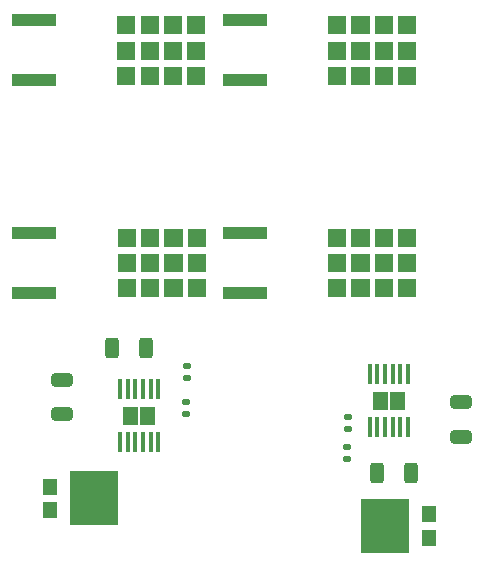
<source format=gtp>
G04 #@! TF.GenerationSoftware,KiCad,Pcbnew,8.0.4*
G04 #@! TF.CreationDate,2024-11-20T17:04:54-05:00*
G04 #@! TF.ProjectId,big_hbridge,6269675f-6862-4726-9964-67652e6b6963,rev?*
G04 #@! TF.SameCoordinates,Original*
G04 #@! TF.FileFunction,Paste,Top*
G04 #@! TF.FilePolarity,Positive*
%FSLAX46Y46*%
G04 Gerber Fmt 4.6, Leading zero omitted, Abs format (unit mm)*
G04 Created by KiCad (PCBNEW 8.0.4) date 2024-11-20 17:04:54*
%MOMM*%
%LPD*%
G01*
G04 APERTURE LIST*
G04 Aperture macros list*
%AMRoundRect*
0 Rectangle with rounded corners*
0 $1 Rounding radius*
0 $2 $3 $4 $5 $6 $7 $8 $9 X,Y pos of 4 corners*
0 Add a 4 corners polygon primitive as box body*
4,1,4,$2,$3,$4,$5,$6,$7,$8,$9,$2,$3,0*
0 Add four circle primitives for the rounded corners*
1,1,$1+$1,$2,$3*
1,1,$1+$1,$4,$5*
1,1,$1+$1,$6,$7*
1,1,$1+$1,$8,$9*
0 Add four rect primitives between the rounded corners*
20,1,$1+$1,$2,$3,$4,$5,0*
20,1,$1+$1,$4,$5,$6,$7,0*
20,1,$1+$1,$6,$7,$8,$9,0*
20,1,$1+$1,$8,$9,$2,$3,0*%
G04 Aperture macros list end*
%ADD10C,0.000000*%
%ADD11C,0.010000*%
%ADD12RoundRect,0.250000X-0.312500X-0.625000X0.312500X-0.625000X0.312500X0.625000X-0.312500X0.625000X0*%
%ADD13RoundRect,0.135000X0.185000X-0.135000X0.185000X0.135000X-0.185000X0.135000X-0.185000X-0.135000X0*%
%ADD14R,1.150000X1.450000*%
%ADD15R,4.150000X4.650000*%
%ADD16R,0.431800X1.701800*%
%ADD17RoundRect,0.250000X0.650000X-0.325000X0.650000X0.325000X-0.650000X0.325000X-0.650000X-0.325000X0*%
%ADD18RoundRect,0.132500X-1.757500X-0.397500X1.757500X-0.397500X1.757500X0.397500X-1.757500X0.397500X0*%
%ADD19RoundRect,0.250000X0.312500X0.625000X-0.312500X0.625000X-0.312500X-0.625000X0.312500X-0.625000X0*%
%ADD20RoundRect,0.147500X0.172500X-0.147500X0.172500X0.147500X-0.172500X0.147500X-0.172500X-0.147500X0*%
%ADD21RoundRect,0.250000X-0.650000X0.325000X-0.650000X-0.325000X0.650000X-0.325000X0.650000X0.325000X0*%
G04 APERTURE END LIST*
D10*
G36*
X34562499Y-44938799D02*
G01*
X33289299Y-44938799D01*
X33289299Y-43386199D01*
X34562499Y-43386199D01*
X34562499Y-44938799D01*
G37*
G36*
X36035699Y-44938799D02*
G01*
X34762499Y-44938799D01*
X34762499Y-43386199D01*
X36035699Y-43386199D01*
X36035699Y-44938799D01*
G37*
D11*
X34270000Y-11790000D02*
X32820000Y-11790000D01*
X32820000Y-10350000D01*
X34270000Y-10350000D01*
X34270000Y-11790000D01*
G36*
X34270000Y-11790000D02*
G01*
X32820000Y-11790000D01*
X32820000Y-10350000D01*
X34270000Y-10350000D01*
X34270000Y-11790000D01*
G37*
X34270000Y-13920000D02*
X32820000Y-13920000D01*
X32820000Y-12480000D01*
X34270000Y-12480000D01*
X34270000Y-13920000D01*
G36*
X34270000Y-13920000D02*
G01*
X32820000Y-13920000D01*
X32820000Y-12480000D01*
X34270000Y-12480000D01*
X34270000Y-13920000D01*
G37*
X34270000Y-16050000D02*
X32820000Y-16050000D01*
X32820000Y-14610000D01*
X34270000Y-14610000D01*
X34270000Y-16050000D01*
G36*
X34270000Y-16050000D02*
G01*
X32820000Y-16050000D01*
X32820000Y-14610000D01*
X34270000Y-14610000D01*
X34270000Y-16050000D01*
G37*
X36240000Y-11790000D02*
X34790000Y-11790000D01*
X34790000Y-10350000D01*
X36240000Y-10350000D01*
X36240000Y-11790000D01*
G36*
X36240000Y-11790000D02*
G01*
X34790000Y-11790000D01*
X34790000Y-10350000D01*
X36240000Y-10350000D01*
X36240000Y-11790000D01*
G37*
X36240000Y-13920000D02*
X34790000Y-13920000D01*
X34790000Y-12480000D01*
X36240000Y-12480000D01*
X36240000Y-13920000D01*
G36*
X36240000Y-13920000D02*
G01*
X34790000Y-13920000D01*
X34790000Y-12480000D01*
X36240000Y-12480000D01*
X36240000Y-13920000D01*
G37*
X36240000Y-16050000D02*
X34790000Y-16050000D01*
X34790000Y-14610000D01*
X36240000Y-14610000D01*
X36240000Y-16050000D01*
G36*
X36240000Y-16050000D02*
G01*
X34790000Y-16050000D01*
X34790000Y-14610000D01*
X36240000Y-14610000D01*
X36240000Y-16050000D01*
G37*
X38210000Y-11790000D02*
X36760000Y-11790000D01*
X36760000Y-10350000D01*
X38210000Y-10350000D01*
X38210000Y-11790000D01*
G36*
X38210000Y-11790000D02*
G01*
X36760000Y-11790000D01*
X36760000Y-10350000D01*
X38210000Y-10350000D01*
X38210000Y-11790000D01*
G37*
X38210000Y-13920000D02*
X36760000Y-13920000D01*
X36760000Y-12480000D01*
X38210000Y-12480000D01*
X38210000Y-13920000D01*
G36*
X38210000Y-13920000D02*
G01*
X36760000Y-13920000D01*
X36760000Y-12480000D01*
X38210000Y-12480000D01*
X38210000Y-13920000D01*
G37*
X38210000Y-16050000D02*
X36760000Y-16050000D01*
X36760000Y-14610000D01*
X38210000Y-14610000D01*
X38210000Y-16050000D01*
G36*
X38210000Y-16050000D02*
G01*
X36760000Y-16050000D01*
X36760000Y-14610000D01*
X38210000Y-14610000D01*
X38210000Y-16050000D01*
G37*
X40180000Y-11790000D02*
X38730000Y-11790000D01*
X38730000Y-10350000D01*
X40180000Y-10350000D01*
X40180000Y-11790000D01*
G36*
X40180000Y-11790000D02*
G01*
X38730000Y-11790000D01*
X38730000Y-10350000D01*
X40180000Y-10350000D01*
X40180000Y-11790000D01*
G37*
X40180000Y-13920000D02*
X38730000Y-13920000D01*
X38730000Y-12480000D01*
X40180000Y-12480000D01*
X40180000Y-13920000D01*
G36*
X40180000Y-13920000D02*
G01*
X38730000Y-13920000D01*
X38730000Y-12480000D01*
X40180000Y-12480000D01*
X40180000Y-13920000D01*
G37*
X40180000Y-16050000D02*
X38730000Y-16050000D01*
X38730000Y-14610000D01*
X40180000Y-14610000D01*
X40180000Y-16050000D01*
G36*
X40180000Y-16050000D02*
G01*
X38730000Y-16050000D01*
X38730000Y-14610000D01*
X40180000Y-14610000D01*
X40180000Y-16050000D01*
G37*
X52120000Y-29790000D02*
X50670000Y-29790000D01*
X50670000Y-28350000D01*
X52120000Y-28350000D01*
X52120000Y-29790000D01*
G36*
X52120000Y-29790000D02*
G01*
X50670000Y-29790000D01*
X50670000Y-28350000D01*
X52120000Y-28350000D01*
X52120000Y-29790000D01*
G37*
X52120000Y-31920000D02*
X50670000Y-31920000D01*
X50670000Y-30480000D01*
X52120000Y-30480000D01*
X52120000Y-31920000D01*
G36*
X52120000Y-31920000D02*
G01*
X50670000Y-31920000D01*
X50670000Y-30480000D01*
X52120000Y-30480000D01*
X52120000Y-31920000D01*
G37*
X52120000Y-34050000D02*
X50670000Y-34050000D01*
X50670000Y-32610000D01*
X52120000Y-32610000D01*
X52120000Y-34050000D01*
G36*
X52120000Y-34050000D02*
G01*
X50670000Y-34050000D01*
X50670000Y-32610000D01*
X52120000Y-32610000D01*
X52120000Y-34050000D01*
G37*
X54090000Y-29790000D02*
X52640000Y-29790000D01*
X52640000Y-28350000D01*
X54090000Y-28350000D01*
X54090000Y-29790000D01*
G36*
X54090000Y-29790000D02*
G01*
X52640000Y-29790000D01*
X52640000Y-28350000D01*
X54090000Y-28350000D01*
X54090000Y-29790000D01*
G37*
X54090000Y-31920000D02*
X52640000Y-31920000D01*
X52640000Y-30480000D01*
X54090000Y-30480000D01*
X54090000Y-31920000D01*
G36*
X54090000Y-31920000D02*
G01*
X52640000Y-31920000D01*
X52640000Y-30480000D01*
X54090000Y-30480000D01*
X54090000Y-31920000D01*
G37*
X54090000Y-34050000D02*
X52640000Y-34050000D01*
X52640000Y-32610000D01*
X54090000Y-32610000D01*
X54090000Y-34050000D01*
G36*
X54090000Y-34050000D02*
G01*
X52640000Y-34050000D01*
X52640000Y-32610000D01*
X54090000Y-32610000D01*
X54090000Y-34050000D01*
G37*
X56060000Y-29790000D02*
X54610000Y-29790000D01*
X54610000Y-28350000D01*
X56060000Y-28350000D01*
X56060000Y-29790000D01*
G36*
X56060000Y-29790000D02*
G01*
X54610000Y-29790000D01*
X54610000Y-28350000D01*
X56060000Y-28350000D01*
X56060000Y-29790000D01*
G37*
X56060000Y-31920000D02*
X54610000Y-31920000D01*
X54610000Y-30480000D01*
X56060000Y-30480000D01*
X56060000Y-31920000D01*
G36*
X56060000Y-31920000D02*
G01*
X54610000Y-31920000D01*
X54610000Y-30480000D01*
X56060000Y-30480000D01*
X56060000Y-31920000D01*
G37*
X56060000Y-34050000D02*
X54610000Y-34050000D01*
X54610000Y-32610000D01*
X56060000Y-32610000D01*
X56060000Y-34050000D01*
G36*
X56060000Y-34050000D02*
G01*
X54610000Y-34050000D01*
X54610000Y-32610000D01*
X56060000Y-32610000D01*
X56060000Y-34050000D01*
G37*
X58030000Y-29790000D02*
X56580000Y-29790000D01*
X56580000Y-28350000D01*
X58030000Y-28350000D01*
X58030000Y-29790000D01*
G36*
X58030000Y-29790000D02*
G01*
X56580000Y-29790000D01*
X56580000Y-28350000D01*
X58030000Y-28350000D01*
X58030000Y-29790000D01*
G37*
X58030000Y-31920000D02*
X56580000Y-31920000D01*
X56580000Y-30480000D01*
X58030000Y-30480000D01*
X58030000Y-31920000D01*
G36*
X58030000Y-31920000D02*
G01*
X56580000Y-31920000D01*
X56580000Y-30480000D01*
X58030000Y-30480000D01*
X58030000Y-31920000D01*
G37*
X58030000Y-34050000D02*
X56580000Y-34050000D01*
X56580000Y-32610000D01*
X58030000Y-32610000D01*
X58030000Y-34050000D01*
G36*
X58030000Y-34050000D02*
G01*
X56580000Y-34050000D01*
X56580000Y-32610000D01*
X58030000Y-32610000D01*
X58030000Y-34050000D01*
G37*
D10*
G36*
X55700000Y-43676300D02*
G01*
X54426800Y-43676300D01*
X54426800Y-42123700D01*
X55700000Y-42123700D01*
X55700000Y-43676300D01*
G37*
G36*
X57173200Y-43676300D02*
G01*
X55900000Y-43676300D01*
X55900000Y-42123700D01*
X57173200Y-42123700D01*
X57173200Y-43676300D01*
G37*
D11*
X34320000Y-29790000D02*
X32870000Y-29790000D01*
X32870000Y-28350000D01*
X34320000Y-28350000D01*
X34320000Y-29790000D01*
G36*
X34320000Y-29790000D02*
G01*
X32870000Y-29790000D01*
X32870000Y-28350000D01*
X34320000Y-28350000D01*
X34320000Y-29790000D01*
G37*
X34320000Y-31920000D02*
X32870000Y-31920000D01*
X32870000Y-30480000D01*
X34320000Y-30480000D01*
X34320000Y-31920000D01*
G36*
X34320000Y-31920000D02*
G01*
X32870000Y-31920000D01*
X32870000Y-30480000D01*
X34320000Y-30480000D01*
X34320000Y-31920000D01*
G37*
X34320000Y-34050000D02*
X32870000Y-34050000D01*
X32870000Y-32610000D01*
X34320000Y-32610000D01*
X34320000Y-34050000D01*
G36*
X34320000Y-34050000D02*
G01*
X32870000Y-34050000D01*
X32870000Y-32610000D01*
X34320000Y-32610000D01*
X34320000Y-34050000D01*
G37*
X36290000Y-29790000D02*
X34840000Y-29790000D01*
X34840000Y-28350000D01*
X36290000Y-28350000D01*
X36290000Y-29790000D01*
G36*
X36290000Y-29790000D02*
G01*
X34840000Y-29790000D01*
X34840000Y-28350000D01*
X36290000Y-28350000D01*
X36290000Y-29790000D01*
G37*
X36290000Y-31920000D02*
X34840000Y-31920000D01*
X34840000Y-30480000D01*
X36290000Y-30480000D01*
X36290000Y-31920000D01*
G36*
X36290000Y-31920000D02*
G01*
X34840000Y-31920000D01*
X34840000Y-30480000D01*
X36290000Y-30480000D01*
X36290000Y-31920000D01*
G37*
X36290000Y-34050000D02*
X34840000Y-34050000D01*
X34840000Y-32610000D01*
X36290000Y-32610000D01*
X36290000Y-34050000D01*
G36*
X36290000Y-34050000D02*
G01*
X34840000Y-34050000D01*
X34840000Y-32610000D01*
X36290000Y-32610000D01*
X36290000Y-34050000D01*
G37*
X38260000Y-29790000D02*
X36810000Y-29790000D01*
X36810000Y-28350000D01*
X38260000Y-28350000D01*
X38260000Y-29790000D01*
G36*
X38260000Y-29790000D02*
G01*
X36810000Y-29790000D01*
X36810000Y-28350000D01*
X38260000Y-28350000D01*
X38260000Y-29790000D01*
G37*
X38260000Y-31920000D02*
X36810000Y-31920000D01*
X36810000Y-30480000D01*
X38260000Y-30480000D01*
X38260000Y-31920000D01*
G36*
X38260000Y-31920000D02*
G01*
X36810000Y-31920000D01*
X36810000Y-30480000D01*
X38260000Y-30480000D01*
X38260000Y-31920000D01*
G37*
X38260000Y-34050000D02*
X36810000Y-34050000D01*
X36810000Y-32610000D01*
X38260000Y-32610000D01*
X38260000Y-34050000D01*
G36*
X38260000Y-34050000D02*
G01*
X36810000Y-34050000D01*
X36810000Y-32610000D01*
X38260000Y-32610000D01*
X38260000Y-34050000D01*
G37*
X40230000Y-29790000D02*
X38780000Y-29790000D01*
X38780000Y-28350000D01*
X40230000Y-28350000D01*
X40230000Y-29790000D01*
G36*
X40230000Y-29790000D02*
G01*
X38780000Y-29790000D01*
X38780000Y-28350000D01*
X40230000Y-28350000D01*
X40230000Y-29790000D01*
G37*
X40230000Y-31920000D02*
X38780000Y-31920000D01*
X38780000Y-30480000D01*
X40230000Y-30480000D01*
X40230000Y-31920000D01*
G36*
X40230000Y-31920000D02*
G01*
X38780000Y-31920000D01*
X38780000Y-30480000D01*
X40230000Y-30480000D01*
X40230000Y-31920000D01*
G37*
X40230000Y-34050000D02*
X38780000Y-34050000D01*
X38780000Y-32610000D01*
X40230000Y-32610000D01*
X40230000Y-34050000D01*
G36*
X40230000Y-34050000D02*
G01*
X38780000Y-34050000D01*
X38780000Y-32610000D01*
X40230000Y-32610000D01*
X40230000Y-34050000D01*
G37*
X52120000Y-11790000D02*
X50670000Y-11790000D01*
X50670000Y-10350000D01*
X52120000Y-10350000D01*
X52120000Y-11790000D01*
G36*
X52120000Y-11790000D02*
G01*
X50670000Y-11790000D01*
X50670000Y-10350000D01*
X52120000Y-10350000D01*
X52120000Y-11790000D01*
G37*
X52120000Y-13920000D02*
X50670000Y-13920000D01*
X50670000Y-12480000D01*
X52120000Y-12480000D01*
X52120000Y-13920000D01*
G36*
X52120000Y-13920000D02*
G01*
X50670000Y-13920000D01*
X50670000Y-12480000D01*
X52120000Y-12480000D01*
X52120000Y-13920000D01*
G37*
X52120000Y-16050000D02*
X50670000Y-16050000D01*
X50670000Y-14610000D01*
X52120000Y-14610000D01*
X52120000Y-16050000D01*
G36*
X52120000Y-16050000D02*
G01*
X50670000Y-16050000D01*
X50670000Y-14610000D01*
X52120000Y-14610000D01*
X52120000Y-16050000D01*
G37*
X54090000Y-11790000D02*
X52640000Y-11790000D01*
X52640000Y-10350000D01*
X54090000Y-10350000D01*
X54090000Y-11790000D01*
G36*
X54090000Y-11790000D02*
G01*
X52640000Y-11790000D01*
X52640000Y-10350000D01*
X54090000Y-10350000D01*
X54090000Y-11790000D01*
G37*
X54090000Y-13920000D02*
X52640000Y-13920000D01*
X52640000Y-12480000D01*
X54090000Y-12480000D01*
X54090000Y-13920000D01*
G36*
X54090000Y-13920000D02*
G01*
X52640000Y-13920000D01*
X52640000Y-12480000D01*
X54090000Y-12480000D01*
X54090000Y-13920000D01*
G37*
X54090000Y-16050000D02*
X52640000Y-16050000D01*
X52640000Y-14610000D01*
X54090000Y-14610000D01*
X54090000Y-16050000D01*
G36*
X54090000Y-16050000D02*
G01*
X52640000Y-16050000D01*
X52640000Y-14610000D01*
X54090000Y-14610000D01*
X54090000Y-16050000D01*
G37*
X56060000Y-11790000D02*
X54610000Y-11790000D01*
X54610000Y-10350000D01*
X56060000Y-10350000D01*
X56060000Y-11790000D01*
G36*
X56060000Y-11790000D02*
G01*
X54610000Y-11790000D01*
X54610000Y-10350000D01*
X56060000Y-10350000D01*
X56060000Y-11790000D01*
G37*
X56060000Y-13920000D02*
X54610000Y-13920000D01*
X54610000Y-12480000D01*
X56060000Y-12480000D01*
X56060000Y-13920000D01*
G36*
X56060000Y-13920000D02*
G01*
X54610000Y-13920000D01*
X54610000Y-12480000D01*
X56060000Y-12480000D01*
X56060000Y-13920000D01*
G37*
X56060000Y-16050000D02*
X54610000Y-16050000D01*
X54610000Y-14610000D01*
X56060000Y-14610000D01*
X56060000Y-16050000D01*
G36*
X56060000Y-16050000D02*
G01*
X54610000Y-16050000D01*
X54610000Y-14610000D01*
X56060000Y-14610000D01*
X56060000Y-16050000D01*
G37*
X58030000Y-11790000D02*
X56580000Y-11790000D01*
X56580000Y-10350000D01*
X58030000Y-10350000D01*
X58030000Y-11790000D01*
G36*
X58030000Y-11790000D02*
G01*
X56580000Y-11790000D01*
X56580000Y-10350000D01*
X58030000Y-10350000D01*
X58030000Y-11790000D01*
G37*
X58030000Y-13920000D02*
X56580000Y-13920000D01*
X56580000Y-12480000D01*
X58030000Y-12480000D01*
X58030000Y-13920000D01*
G36*
X58030000Y-13920000D02*
G01*
X56580000Y-13920000D01*
X56580000Y-12480000D01*
X58030000Y-12480000D01*
X58030000Y-13920000D01*
G37*
X58030000Y-16050000D02*
X56580000Y-16050000D01*
X56580000Y-14610000D01*
X58030000Y-14610000D01*
X58030000Y-16050000D01*
G36*
X58030000Y-16050000D02*
G01*
X56580000Y-16050000D01*
X56580000Y-14610000D01*
X58030000Y-14610000D01*
X58030000Y-16050000D01*
G37*
D12*
X32337499Y-38462499D03*
X35262499Y-38462499D03*
D13*
X38700000Y-40955000D03*
X38700000Y-39935000D03*
D14*
X59250000Y-52515000D03*
X59250000Y-54485000D03*
D15*
X55500000Y-53500000D03*
D16*
X36287500Y-41927299D03*
X35637498Y-41927299D03*
X34987500Y-41927299D03*
X34337501Y-41927299D03*
X33687500Y-41927299D03*
X33037501Y-41927299D03*
X33037498Y-46397699D03*
X33687500Y-46397699D03*
X34337498Y-46397699D03*
X34987497Y-46397699D03*
X35637498Y-46397699D03*
X36287497Y-46397699D03*
D17*
X28150000Y-44050000D03*
X28150000Y-41100000D03*
D18*
X25750000Y-10660000D03*
X25750000Y-15740000D03*
D14*
X27100000Y-52135000D03*
X27100000Y-50165000D03*
D15*
X30850000Y-51150000D03*
D18*
X43600000Y-28660000D03*
X43600000Y-33740000D03*
D19*
X57725000Y-49000000D03*
X54800000Y-49000000D03*
D20*
X52300000Y-47785000D03*
X52300000Y-46815000D03*
D21*
X61900000Y-42975000D03*
X61900000Y-45925000D03*
D16*
X54174999Y-45135200D03*
X54825001Y-45135200D03*
X55474999Y-45135200D03*
X56124998Y-45135200D03*
X56774999Y-45135200D03*
X57424998Y-45135200D03*
X57425001Y-40664800D03*
X56774999Y-40664800D03*
X56125001Y-40664800D03*
X55475002Y-40664800D03*
X54825001Y-40664800D03*
X54175002Y-40664800D03*
D18*
X25800000Y-28660000D03*
X25800000Y-33740000D03*
X43600000Y-10660000D03*
X43600000Y-15740000D03*
D13*
X38600000Y-44010000D03*
X38600000Y-42990000D03*
X52350000Y-45310000D03*
X52350000Y-44290000D03*
M02*

</source>
